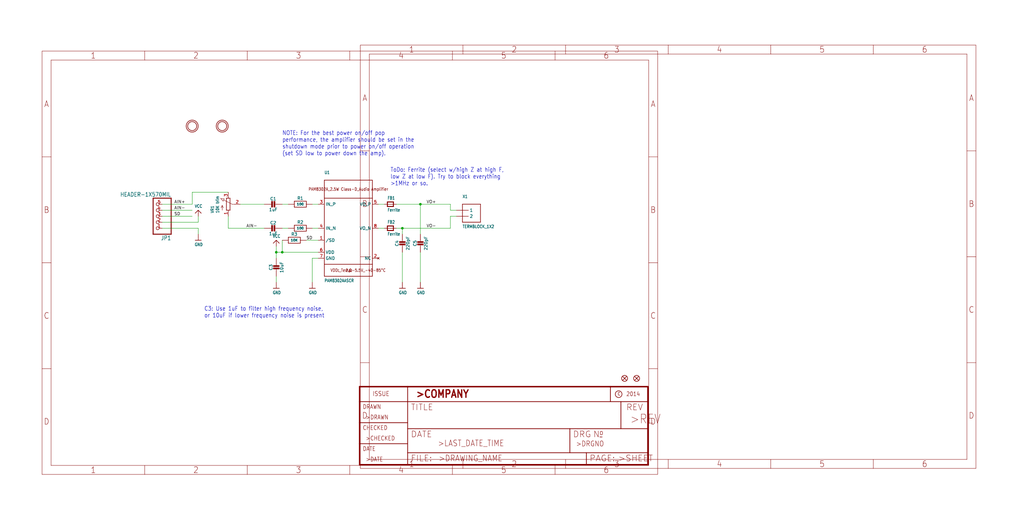
<source format=kicad_sch>
(kicad_sch (version 20211123) (generator eeschema)
  (paper "User" 433.07 220.421)
  (lib_symbols
    (symbol "eagleSchem-eagle-import:AUDIOAMP_PAM8302A"
      (property "Reference" "U" (at -10.16 22.86 0))
      (property "Value" "AUDIOAMP_PAM8302A" (at -10.16 -22.86 0))
      (symbol "AUDIOAMP_PAM8302A_1_0"
        (polyline (pts (xy -10.16 -20.32) (xy 10.16 -20.32)) (stroke (width 0.254)))
        (polyline (pts (xy -10.16 -15.24) (xy -10.16 -20.32)) (stroke (width 0.254)))
        (polyline (pts (xy -10.16 -15.24) (xy -10.16 12.7)) (stroke (width 0.254)))
        (polyline (pts (xy -10.16 12.7) (xy -10.16 20.32)) (stroke (width 0.254)))
        (polyline (pts (xy -10.16 12.7) (xy 10.16 12.7)) (stroke (width 0.254)))
        (polyline (pts (xy -10.16 20.32) (xy 10.16 20.32)) (stroke (width 0.254)))
        (polyline (pts (xy 10.16 -20.32) (xy 10.16 -15.24)) (stroke (width 0.254)))
        (polyline (pts (xy 10.16 -15.24) (xy -10.16 -15.24)) (stroke (width 0.254)))
        (polyline (pts (xy 10.16 12.7) (xy 10.16 -15.24)) (stroke (width 0.254)))
        (polyline (pts (xy 10.16 20.32) (xy 10.16 12.7)) (stroke (width 0.254)))
        (text "2.0-5.5V_-40-85°C" (at -1.27 -17.78 0) (effects (font (size 1.27 1.0795)) (justify left)))
        (text "PAM8302A_2.5W Class-D_Audio Amplifier" (at 0 16.51 0) (effects (font (size 1.27 1.0795))))
        (text "VDD:_Temp:" (at -7.62 -17.78 0) (effects (font (size 1.27 1.0795)) (justify left)))
        (pin input line (at -12.7 -5.08 0) (length 2.54) (name "/SD") (number "1"))
        (pin no_connect line (at 12.7 -12.7 180) (length 2.54) (name "NC") (number "2"))
        (pin input line (at -12.7 10.16 0) (length 2.54) (name "IN_P") (number "3"))
        (pin input line (at -12.7 0 0) (length 2.54) (name "IN_N") (number "4"))
        (pin output line (at 12.7 10.16 180) (length 2.54) (name "VO_P") (number "5"))
        (pin power_in line (at -12.7 -10.16 0) (length 2.54) (name "VDD") (number "6"))
        (pin power_in line (at -12.7 -12.7 0) (length 2.54) (name "GND") (number "7"))
        (pin output line (at 12.7 0 180) (length 2.54) (name "VO_N") (number "8"))
      )
    )
    (symbol "eagleSchem-eagle-import:CAP_CERAMIC0805-NOOUTLINE"
      (property "Reference" "C" (at -2.29 1.25 90))
      (property "Value" "CAP_CERAMIC0805-NOOUTLINE" (at 2.3 1.25 90))
      (symbol "CAP_CERAMIC0805-NOOUTLINE_1_0"
        (rectangle (start -1.27 0.508) (end 1.27 1.016) (fill (type outline)))
        (rectangle (start -1.27 1.524) (end 1.27 2.032) (fill (type outline)))
        (polyline (pts (xy 0 0.762) (xy 0 0)) (stroke (width 0.1524)))
        (polyline (pts (xy 0 2.54) (xy 0 1.778)) (stroke (width 0.1524)))
        (pin passive line (at 0 5.08 270) (length 2.54) (name "1") (number "1"))
        (pin passive line (at 0 -2.54 90) (length 2.54) (name "2") (number "2"))
      )
    )
    (symbol "eagleSchem-eagle-import:FERRITE_0805"
      (property "Reference" "FB" (at -1.27 1.905 0))
      (property "Value" "FERRITE_0805" (at -1.27 -3.175 0))
      (symbol "FERRITE_0805_1_0"
        (polyline (pts (xy -1.27 -0.9525) (xy -1.27 0.9525)) (stroke (width 0.4064)))
        (polyline (pts (xy -1.27 0.9525) (xy 1.27 0.9525)) (stroke (width 0.4064)))
        (polyline (pts (xy 1.27 -0.9525) (xy -1.27 -0.9525)) (stroke (width 0.4064)))
        (polyline (pts (xy 1.27 0.9525) (xy 1.27 -0.9525)) (stroke (width 0.4064)))
        (pin passive line (at -2.54 0 0) (length 2.54) (name "P$1") (number "1"))
        (pin passive line (at 2.54 0 180) (length 2.54) (name "P$2") (number "2"))
      )
    )
    (symbol "eagleSchem-eagle-import:FIDUCIAL{dblquote}{dblquote}"
      (symbol "FIDUCIAL{dblquote}{dblquote}_1_0"
        (polyline (pts (xy -0.762 0.762) (xy 0.762 -0.762)) (stroke (width 0.254)))
        (polyline (pts (xy 0.762 0.762) (xy -0.762 -0.762)) (stroke (width 0.254)))
        (circle (center 0 0) (radius 1.27) (stroke (width 0.254)))
      )
    )
    (symbol "eagleSchem-eagle-import:FRAME_A4"
      (symbol "FRAME_A4_0_0"
        (polyline (pts (xy 0 44.7675) (xy 3.81 44.7675)))
        (polyline (pts (xy 0 89.535) (xy 3.81 89.535)))
        (polyline (pts (xy 0 134.3025) (xy 3.81 134.3025)))
        (polyline (pts (xy 3.81 3.81) (xy 3.81 175.26)))
        (polyline (pts (xy 43.3917 0) (xy 43.3917 3.81)))
        (polyline (pts (xy 43.3917 175.26) (xy 43.3917 179.07)))
        (polyline (pts (xy 86.7833 0) (xy 86.7833 3.81)))
        (polyline (pts (xy 86.7833 175.26) (xy 86.7833 179.07)))
        (polyline (pts (xy 130.175 0) (xy 130.175 3.81)))
        (polyline (pts (xy 130.175 175.26) (xy 130.175 179.07)))
        (polyline (pts (xy 173.5667 0) (xy 173.5667 3.81)))
        (polyline (pts (xy 173.5667 175.26) (xy 173.5667 179.07)))
        (polyline (pts (xy 216.9583 0) (xy 216.9583 3.81)))
        (polyline (pts (xy 216.9583 175.26) (xy 216.9583 179.07)))
        (polyline (pts (xy 256.54 3.81) (xy 3.81 3.81)))
        (polyline (pts (xy 256.54 3.81) (xy 256.54 175.26)))
        (polyline (pts (xy 256.54 44.7675) (xy 260.35 44.7675)))
        (polyline (pts (xy 256.54 89.535) (xy 260.35 89.535)))
        (polyline (pts (xy 256.54 134.3025) (xy 260.35 134.3025)))
        (polyline (pts (xy 256.54 175.26) (xy 3.81 175.26)))
        (polyline (pts (xy 0 0) (xy 260.35 0) (xy 260.35 179.07) (xy 0 179.07) (xy 0 0)))
        (text "1" (at 21.6958 1.905 0) (effects (font (size 2.54 2.286))))
        (text "1" (at 21.6958 177.165 0) (effects (font (size 2.54 2.286))))
        (text "2" (at 65.0875 1.905 0) (effects (font (size 2.54 2.286))))
        (text "2" (at 65.0875 177.165 0) (effects (font (size 2.54 2.286))))
        (text "3" (at 108.4792 1.905 0) (effects (font (size 2.54 2.286))))
        (text "3" (at 108.4792 177.165 0) (effects (font (size 2.54 2.286))))
        (text "4" (at 151.8708 1.905 0) (effects (font (size 2.54 2.286))))
        (text "4" (at 151.8708 177.165 0) (effects (font (size 2.54 2.286))))
        (text "5" (at 195.2625 1.905 0) (effects (font (size 2.54 2.286))))
        (text "5" (at 195.2625 177.165 0) (effects (font (size 2.54 2.286))))
        (text "6" (at 238.6542 1.905 0) (effects (font (size 2.54 2.286))))
        (text "6" (at 238.6542 177.165 0) (effects (font (size 2.54 2.286))))
        (text "A" (at 1.905 156.6863 0) (effects (font (size 2.54 2.286))))
        (text "A" (at 258.445 156.6863 0) (effects (font (size 2.54 2.286))))
        (text "B" (at 1.905 111.9188 0) (effects (font (size 2.54 2.286))))
        (text "B" (at 258.445 111.9188 0) (effects (font (size 2.54 2.286))))
        (text "C" (at 1.905 67.1513 0) (effects (font (size 2.54 2.286))))
        (text "C" (at 258.445 67.1513 0) (effects (font (size 2.54 2.286))))
        (text "D" (at 1.905 22.3838 0) (effects (font (size 2.54 2.286))))
        (text "D" (at 258.445 22.3838 0) (effects (font (size 2.54 2.286))))
      )
      (symbol "FRAME_A4_1_0"
        (polyline (pts (xy 256.54 3.81) (xy 256.54 8.89)) (stroke (width 0.1016)))
        (polyline (pts (xy 256.54 8.89) (xy 256.54 13.97)) (stroke (width 0.1016)))
        (polyline (pts (xy 256.54 13.97) (xy 256.54 19.05)) (stroke (width 0.1016)))
        (polyline (pts (xy 256.54 19.05) (xy 256.54 36.83)) (stroke (width 0.1016)))
      )
      (symbol "FRAME_A4_2_0"
        (polyline (pts (xy -0.3048 1.5748) (xy 20.0152 1.5748)) (stroke (width 0.6096)))
        (polyline (pts (xy -0.3048 10.4648) (xy -0.3048 1.5748)) (stroke (width 0.6096)))
        (polyline (pts (xy -0.3048 10.4648) (xy 20.0152 10.4648)) (stroke (width 0.3048)))
        (polyline (pts (xy -0.3048 19.3548) (xy -0.3048 10.4648)) (stroke (width 0.6096)))
        (polyline (pts (xy -0.3048 19.3548) (xy 20.0152 19.3548)) (stroke (width 0.3048)))
        (polyline (pts (xy -0.3048 28.2448) (xy -0.3048 19.3548)) (stroke (width 0.6096)))
        (polyline (pts (xy -0.3048 28.2448) (xy 20.0152 28.2448)) (stroke (width 0.3048)))
        (polyline (pts (xy -0.3048 34.5948) (xy -0.3048 28.2448)) (stroke (width 0.6096)))
        (polyline (pts (xy 20.0152 1.5748) (xy 20.0152 6.6548)) (stroke (width 0.3048)))
        (polyline (pts (xy 20.0152 1.5748) (xy 95.5802 1.5748)) (stroke (width 0.6096)))
        (polyline (pts (xy 20.0152 6.6548) (xy 20.0152 10.4648)) (stroke (width 0.3048)))
        (polyline (pts (xy 20.0152 6.6548) (xy 88.5952 6.6548)) (stroke (width 0.3048)))
        (polyline (pts (xy 20.0152 10.4648) (xy 20.0152 16.8148)) (stroke (width 0.3048)))
        (polyline (pts (xy 20.0152 16.8148) (xy 20.0152 19.3548)) (stroke (width 0.3048)))
        (polyline (pts (xy 20.0152 19.3548) (xy 20.0152 28.2448)) (stroke (width 0.3048)))
        (polyline (pts (xy 20.0152 28.2448) (xy 20.0152 34.5948)) (stroke (width 0.3048)))
        (polyline (pts (xy 20.0152 28.2448) (xy 105.7402 28.2448)) (stroke (width 0.3048)))
        (polyline (pts (xy 20.0152 34.5948) (xy -0.3048 34.5948)) (stroke (width 0.6096)))
        (polyline (pts (xy 88.5952 6.6548) (xy 95.5802 6.6548)) (stroke (width 0.3048)))
        (polyline (pts (xy 88.5952 16.8148) (xy 20.0152 16.8148)) (stroke (width 0.3048)))
        (polyline (pts (xy 88.5952 16.8148) (xy 88.5952 6.6548)) (stroke (width 0.3048)))
        (polyline (pts (xy 95.5802 1.5748) (xy 121.6152 1.5748)) (stroke (width 0.6096)))
        (polyline (pts (xy 95.5802 6.6548) (xy 95.5802 1.5748)) (stroke (width 0.3048)))
        (polyline (pts (xy 95.5802 6.6548) (xy 121.6152 6.6548)) (stroke (width 0.3048)))
        (polyline (pts (xy 101.2952 13.3223) (xy 102.2477 13.3223)) (stroke (width 0.254)))
        (polyline (pts (xy 105.7402 28.2448) (xy 105.7402 34.5948)) (stroke (width 0.3048)))
        (polyline (pts (xy 105.7402 28.2448) (xy 110.1852 28.2448)) (stroke (width 0.3048)))
        (polyline (pts (xy 105.7402 34.5948) (xy 20.0152 34.5948)) (stroke (width 0.6096)))
        (polyline (pts (xy 110.1852 16.8148) (xy 88.5952 16.8148)) (stroke (width 0.3048)))
        (polyline (pts (xy 110.1852 28.2448) (xy 110.1852 16.8148)) (stroke (width 0.3048)))
        (polyline (pts (xy 110.1852 28.2448) (xy 121.6152 28.2448)) (stroke (width 0.3048)))
        (polyline (pts (xy 121.6152 6.6548) (xy 121.6152 1.5748)) (stroke (width 0.6096)))
        (polyline (pts (xy 121.6152 16.8148) (xy 110.1852 16.8148)) (stroke (width 0.3048)))
        (polyline (pts (xy 121.6152 16.8148) (xy 121.6152 6.6548)) (stroke (width 0.6096)))
        (polyline (pts (xy 121.6152 28.2448) (xy 121.6152 16.8148)) (stroke (width 0.6096)))
        (polyline (pts (xy 121.6152 34.5948) (xy 105.7402 34.5948)) (stroke (width 0.6096)))
        (polyline (pts (xy 121.6152 34.5948) (xy 121.6152 28.2448)) (stroke (width 0.6096)))
        (circle (center 109.2327 31.4198) (radius 1.4199) (stroke (width 0.254)))
        (text "2014" (at 112.4077 30.4673 0) (effects (font (size 1.778 1.5113)) (justify left bottom)))
        (text ">CHECKED" (at 2.2352 11.7348 0) (effects (font (size 1.778 1.5113)) (justify left bottom)))
        (text ">COMPANY" (at 23.349 29.6735 0) (effects (font (size 3.175 2.6987) (thickness 0.5397) bold) (justify left bottom)))
        (text ">DATE" (at 2.2352 2.8448 0) (effects (font (size 1.778 1.5113)) (justify left bottom)))
        (text ">DRAWING_NAME" (at 33.0327 2.8448 0) (effects (font (size 2.54 2.159)) (justify left bottom)))
        (text ">DRAWN" (at 2.2352 20.6248 0) (effects (font (size 1.778 1.5113)) (justify left bottom)))
        (text ">DRGNO" (at 91.1352 9.1948 0) (effects (font (size 2.1844 1.8567)) (justify left bottom)))
        (text ">LAST_DATE_TIME" (at 32.7152 9.1948 0) (effects (font (size 2.54 2.159)) (justify left bottom)))
        (text ">REV" (at 113.9952 18.7198 0) (effects (font (size 3.81 3.2385)) (justify left bottom)))
        (text ">SHEET" (at 108.9152 2.8448 0) (effects (font (size 2.54 2.54)) (justify left bottom)))
        (text "C" (at 108.7564 30.7848 0) (effects (font (size 1.27 1.0795)) (justify left bottom)))
        (text "CHECKED" (at 0.9652 16.1798 0) (effects (font (size 1.778 1.5113)) (justify left bottom)))
        (text "DATE" (at 0.9652 7.2898 0) (effects (font (size 1.778 1.5113)) (justify left bottom)))
        (text "DATE" (at 21.2852 13.0048 0) (effects (font (size 2.54 2.54)) (justify left bottom)))
        (text "DRAWN" (at 0.9652 25.0698 0) (effects (font (size 1.778 1.5113)) (justify left bottom)))
        (text "DRG" (at 89.8652 13.0048 0) (effects (font (size 2.54 2.54)) (justify left bottom)))
        (text "FILE:" (at 21.2852 2.8448 0) (effects (font (size 2.54 2.54)) (justify left bottom)))
        (text "ISSUE" (at 5.0927 30.4673 0) (effects (font (size 1.9304 1.6408)) (justify left bottom)))
        (text "N" (at 98.4377 13.0048 0) (effects (font (size 2.54 2.54)) (justify left bottom)))
        (text "o" (at 100.9777 13.9573 0) (effects (font (size 2.1844 1.8567)) (justify left bottom)))
        (text "PAGE:" (at 96.8502 2.8448 0) (effects (font (size 2.54 2.54)) (justify left bottom)))
        (text "REV" (at 112.4077 24.4348 0) (effects (font (size 2.54 2.54)) (justify left bottom)))
        (text "TITLE" (at 21.2852 24.4348 0) (effects (font (size 2.54 2.54)) (justify left bottom)))
      )
    )
    (symbol "eagleSchem-eagle-import:GND" (power)
      (property "Value" "GND" (at -1.524 -2.54 0))
      (symbol "GND_1_0"
        (polyline (pts (xy -1.27 0) (xy 1.27 0)) (stroke (width 0.254)))
        (pin power_in line (at 0 2.54 270) (length 2.54) (name "GND") (number "1"))
      )
    )
    (symbol "eagleSchem-eagle-import:HEADER-1X570MIL"
      (property "Reference" "JP" (at -6.35 8.255 0))
      (property "Value" "HEADER-1X570MIL" (at -6.35 -10.16 0))
      (symbol "HEADER-1X570MIL_1_0"
        (polyline (pts (xy -6.35 -7.62) (xy 1.27 -7.62)) (stroke (width 0.4064)))
        (polyline (pts (xy -6.35 7.62) (xy -6.35 -7.62)) (stroke (width 0.4064)))
        (polyline (pts (xy 1.27 -7.62) (xy 1.27 7.62)) (stroke (width 0.4064)))
        (polyline (pts (xy 1.27 7.62) (xy -6.35 7.62)) (stroke (width 0.4064)))
        (pin passive inverted (at -2.54 5.08 0) (length 2.54) (name "1") (number "1"))
        (pin passive inverted (at -2.54 2.54 0) (length 2.54) (name "2") (number "2"))
        (pin passive inverted (at -2.54 0 0) (length 2.54) (name "3") (number "3"))
        (pin passive inverted (at -2.54 -2.54 0) (length 2.54) (name "4") (number "4"))
        (pin passive inverted (at -2.54 -5.08 0) (length 2.54) (name "5") (number "5"))
      )
    )
    (symbol "eagleSchem-eagle-import:MOUNTINGHOLE2.0"
      (symbol "MOUNTINGHOLE2.0_1_0"
        (circle (center 0 0) (radius 1.905) (stroke (width 0.254)))
        (circle (center 0 0) (radius 2.54) (stroke (width 0.254)))
      )
    )
    (symbol "eagleSchem-eagle-import:RESISTOR0805_NOOUTLINE"
      (property "Reference" "R" (at 0 2.54 0))
      (property "Value" "RESISTOR0805_NOOUTLINE" (at 0 0 0))
      (symbol "RESISTOR0805_NOOUTLINE_1_0"
        (polyline (pts (xy -2.54 -1.27) (xy -2.54 1.27)) (stroke (width 0.254)))
        (polyline (pts (xy -2.54 1.27) (xy 2.54 1.27)) (stroke (width 0.254)))
        (polyline (pts (xy 2.54 -1.27) (xy -2.54 -1.27)) (stroke (width 0.254)))
        (polyline (pts (xy 2.54 1.27) (xy 2.54 -1.27)) (stroke (width 0.254)))
        (pin passive line (at -5.08 0 0) (length 2.54) (name "1") (number "1"))
        (pin passive line (at 5.08 0 180) (length 2.54) (name "2") (number "2"))
      )
    )
    (symbol "eagleSchem-eagle-import:TERMBLOCK_1X2"
      (property "Reference" "X" (at -2.54 7.62 0))
      (property "Value" "TERMBLOCK_1X2" (at -2.54 -5.08 0))
      (symbol "TERMBLOCK_1X2_1_0"
        (polyline (pts (xy -2.54 -2.54) (xy 5.08 -2.54)) (stroke (width 0.254)))
        (polyline (pts (xy -2.54 5.08) (xy -2.54 -2.54)) (stroke (width 0.254)))
        (polyline (pts (xy 5.08 -2.54) (xy 5.08 5.08)) (stroke (width 0.254)))
        (polyline (pts (xy 5.08 5.08) (xy -2.54 5.08)) (stroke (width 0.254)))
        (pin passive line (at -5.08 2.54 0) (length 5.08) (name "1") (number "1"))
        (pin passive line (at -5.08 0 0) (length 5.08) (name "2") (number "2"))
      )
    )
    (symbol "eagleSchem-eagle-import:TRIMPOT3303W{slash}X"
      (property "Reference" "VR" (at -5.969 -3.81 90))
      (property "Value" "TRIMPOT3303W{slash}X" (at -3.81 -3.81 90))
      (symbol "TRIMPOT3303W{slash}X_1_0"
        (polyline (pts (xy -3.1989 2.4495) (xy -1.7018 2.2352)) (stroke (width 0.1524)))
        (polyline (pts (xy -2.54 -2.54) (xy -2.54 -0.508)) (stroke (width 0.1524)))
        (polyline (pts (xy -2.54 -0.508) (xy -3.048 -1.524)) (stroke (width 0.1524)))
        (polyline (pts (xy -2.54 -0.508) (xy -2.032 -1.524)) (stroke (width 0.1524)))
        (polyline (pts (xy -2.1597 1.2939) (xy -3.1989 2.4495)) (stroke (width 0.1524)))
        (polyline (pts (xy -2.1597 1.2939) (xy -1.7018 2.2352)) (stroke (width 0.1524)))
        (polyline (pts (xy -0.762 -2.54) (xy 0.762 -2.54)) (stroke (width 0.254)))
        (polyline (pts (xy -0.762 2.54) (xy -0.762 -2.54)) (stroke (width 0.254)))
        (polyline (pts (xy 0.762 -2.54) (xy 0.762 2.54)) (stroke (width 0.254)))
        (polyline (pts (xy 0.762 2.54) (xy -0.762 2.54)) (stroke (width 0.254)))
        (polyline (pts (xy 1.651 0) (xy -1.8796 1.7526)) (stroke (width 0.1524)))
        (polyline (pts (xy 2.54 0) (xy 1.651 0)) (stroke (width 0.1524)))
        (pin passive line (at 0 -5.08 90) (length 2.54) (name "A") (number "1"))
        (pin passive line (at 5.08 0 180) (length 2.54) (name "S") (number "2"))
        (pin passive line (at 0 5.08 270) (length 2.54) (name "E") (number "3"))
      )
    )
    (symbol "eagleSchem-eagle-import:VCC" (power)
      (property "Value" "VCC" (at -1.524 1.016 0))
      (symbol "VCC_1_0"
        (polyline (pts (xy -1.27 -1.27) (xy 0 0)) (stroke (width 0.254)))
        (polyline (pts (xy 0 0) (xy 1.27 -1.27)) (stroke (width 0.254)))
        (pin power_in line (at 0 -2.54 90) (length 2.54) (name "VCC") (number "1"))
      )
    )
  )
  (junction (at 170.18 96.52))
  (junction (at 116.84 106.68))
  (junction (at 177.8 86.36))
  (junction (at 119.38 106.68))
  (wire (pts (xy 68.58 96.52) (xy 83.82 96.52)))
  (wire (pts (xy 81.28 88.9) (xy 68.58 88.9)))
  (wire (pts (xy 119.38 106.68) (xy 116.84 106.68)))
  (wire (pts (xy 81.28 86.36) (xy 81.28 81.28)))
  (wire (pts (xy 83.82 93.98) (xy 83.82 91.44)))
  (wire (pts (xy 193.04 88.9) (xy 190.5 88.9)))
  (wire (pts (xy 116.84 106.68) (xy 116.84 109.22)))
  (wire (pts (xy 170.18 96.52) (xy 190.5 96.52)))
  (wire (pts (xy 68.58 93.98) (xy 83.82 93.98)))
  (wire (pts (xy 177.8 86.36) (xy 190.5 86.36)))
  (wire (pts (xy 83.82 96.52) (xy 83.82 99.06)))
  (wire (pts (xy 167.64 96.52) (xy 170.18 96.52)))
  (wire (pts (xy 111.76 96.52) (xy 96.52 96.52)))
  (wire (pts (xy 190.5 88.9) (xy 190.5 86.36)))
  (wire (pts (xy 177.8 86.36) (xy 177.8 99.06)))
  (wire (pts (xy 170.18 96.52) (xy 170.18 99.06)))
  (wire (pts (xy 160.02 86.36) (xy 162.56 86.36)))
  (wire (pts (xy 134.62 106.68) (xy 119.38 106.68)))
  (wire (pts (xy 81.28 81.28) (xy 96.52 81.28)))
  (wire (pts (xy 116.84 106.68) (xy 116.84 104.14)))
  (wire (pts (xy 160.02 96.52) (xy 162.56 96.52)))
  (wire (pts (xy 101.6 86.36) (xy 111.76 86.36)))
  (wire (pts (xy 134.62 101.6) (xy 129.54 101.6)))
  (wire (pts (xy 119.38 86.36) (xy 121.92 86.36)))
  (wire (pts (xy 132.08 109.22) (xy 132.08 119.38)))
  (wire (pts (xy 134.62 109.22) (xy 132.08 109.22)))
  (wire (pts (xy 119.38 101.6) (xy 119.38 106.68)))
  (wire (pts (xy 190.5 91.44) (xy 190.5 96.52)))
  (wire (pts (xy 167.64 86.36) (xy 177.8 86.36)))
  (wire (pts (xy 134.62 86.36) (xy 132.08 86.36)))
  (wire (pts (xy 170.18 106.68) (xy 170.18 119.38)))
  (wire (pts (xy 121.92 96.52) (xy 119.38 96.52)))
  (wire (pts (xy 177.8 106.68) (xy 177.8 119.38)))
  (wire (pts (xy 81.28 86.36) (xy 68.58 86.36)))
  (wire (pts (xy 134.62 96.52) (xy 132.08 96.52)))
  (wire (pts (xy 81.28 91.44) (xy 68.58 91.44)))
  (wire (pts (xy 193.04 91.44) (xy 190.5 91.44)))
  (wire (pts (xy 96.52 96.52) (xy 96.52 91.44)))
  (wire (pts (xy 116.84 116.84) (xy 116.84 119.38)))
  (text "ToDo: Ferrite (select w/high Z at high F,\nlow Z at low F). Try to block everything\n>1MHz or so." (at 165.1 78.74 0) (effects (font (size 1.778 1.5113)) (justify left bottom)))
  (text "C3: Use 1uF to filter high frequency noise,\nor 10uF if lower frequency noise is present" (at 86.36 134.62 0) (effects (font (size 1.778 1.5113)) (justify left bottom)))
  (text "NOTE: For the best power on/off pop\nperformance, the amplifier should be set in the\nshutdown mode prior to power on/off operation\n(set SD low to power down the amp)." (at 119.38 66.04 0) (effects (font (size 1.778 1.5113)) (justify left bottom)))
  (label "AIN+" (at 73.66 86.36 0) (effects (font (size 1.2446 1.2446))))
  (label "SD" (at 73.66 91.44 0) (effects (font (size 1.2446 1.2446))))
  (label "SD" (at 129.54 101.6 0) (effects (font (size 1.2446 1.2446))))
  (label "AIN-" (at 73.66 88.9 0) (effects (font (size 1.2446 1.2446))))
  (label "VO+" (at 180.34 86.36 0) (effects (font (size 1.2446 1.2446))))
  (label "AIN-" (at 104.14 96.52 0) (effects (font (size 1.2446 1.2446))))
  (label "VO-" (at 180.34 96.52 0) (effects (font (size 1.2446 1.2446))))
  (symbol (lib_id "eagleSchem-eagle-import:GND") (at 83.82 101.6 0) (unit 1)
    (property "Reference" "#U$9" (effects hide))
    (property "Value" "GND" (at 82.296 104.14 0) (effects (font (size 1.27 1.0795)) (justify left bottom)))
    (property "Footprint" "eagleSchem:" (effects hide))
  )
  (symbol (lib_id "eagleSchem-eagle-import:CAP_CERAMIC0805-NOOUTLINE") (at 170.18 104.14 0) (unit 1)
    (property "Reference" "C4" (at 167.89 102.89 90))
    (property "Value" "220pF" (at 172.48 102.89 90))
    (property "Footprint" "eagleSchem:0805-NO" (effects hide))
  )
  (symbol (lib_id "eagleSchem-eagle-import:TRIMPOT3303W{slash}X") (at 96.52 86.36 0) (unit 1)
    (property "Reference" "VR1" (at 90.551 90.17 90) (effects (font (size 1.27 1.0795)) (justify left bottom)))
    (property "Value" "10K trim" (at 92.71 90.17 90) (effects (font (size 1.27 1.0795)) (justify left bottom)))
    (property "Footprint" "eagleSchem:TRIMPOT_BOURNS_3303W" (effects hide))
  )
  (symbol (lib_id "eagleSchem-eagle-import:CAP_CERAMIC0805-NOOUTLINE") (at 114.3 86.36 270) (unit 1)
    (property "Reference" "C1" (at 115.55 84.07 90))
    (property "Value" "1uF" (at 115.55 88.66 90))
    (property "Footprint" "eagleSchem:0805-NO" (effects hide))
  )
  (symbol (lib_id "eagleSchem-eagle-import:VCC") (at 116.84 101.6 0) (unit 1)
    (property "Reference" "#P+1" (effects hide))
    (property "Value" "VCC" (at 115.316 100.584 0) (effects (font (size 1.27 1.0795)) (justify left bottom)))
    (property "Footprint" "eagleSchem:" (effects hide))
  )
  (symbol (lib_id "eagleSchem-eagle-import:CAP_CERAMIC0805-NOOUTLINE") (at 177.8 104.14 0) (unit 1)
    (property "Reference" "C5" (at 175.51 102.89 90))
    (property "Value" "220pF" (at 180.1 102.89 90))
    (property "Footprint" "eagleSchem:0805-NO" (effects hide))
  )
  (symbol (lib_id "eagleSchem-eagle-import:TERMBLOCK_1X2") (at 198.12 91.44 0) (unit 1)
    (property "Reference" "X1" (at 195.58 83.82 0) (effects (font (size 1.27 1.0795)) (justify left bottom)))
    (property "Value" "TERMBLOCK_1X2" (at 195.58 96.52 0) (effects (font (size 1.27 1.0795)) (justify left bottom)))
    (property "Footprint" "eagleSchem:TERMBLOCK_1X2-3.5MM" (effects hide))
  )
  (symbol (lib_id "eagleSchem-eagle-import:GND") (at 177.8 121.92 0) (unit 1)
    (property "Reference" "#U$8" (effects hide))
    (property "Value" "GND" (at 176.276 124.46 0) (effects (font (size 1.27 1.0795)) (justify left bottom)))
    (property "Footprint" "eagleSchem:" (effects hide))
  )
  (symbol (lib_id "eagleSchem-eagle-import:MOUNTINGHOLE2.0") (at 93.98 53.34 0) (unit 1)
    (property "Reference" "U$10" (effects hide))
    (property "Value" "MOUNTINGHOLE2.0" (effects hide))
    (property "Footprint" "eagleSchem:MOUNTINGHOLE_2.0_PLATED" (effects hide))
  )
  (symbol (lib_id "eagleSchem-eagle-import:MOUNTINGHOLE2.0") (at 81.28 53.34 0) (unit 1)
    (property "Reference" "U$11" (effects hide))
    (property "Value" "MOUNTINGHOLE2.0" (effects hide))
    (property "Footprint" "eagleSchem:MOUNTINGHOLE_2.0_PLATED" (effects hide))
  )
  (symbol (lib_id "eagleSchem-eagle-import:FERRITE_0805") (at 165.1 96.52 0) (unit 1)
    (property "Reference" "FB2" (at 163.83 94.615 0) (effects (font (size 1.27 1.0795)) (justify left bottom)))
    (property "Value" "Ferrite" (at 163.83 99.695 0) (effects (font (size 1.27 1.0795)) (justify left bottom)))
    (property "Footprint" "eagleSchem:_0805" (effects hide))
  )
  (symbol (lib_id "eagleSchem-eagle-import:HEADER-1X570MIL") (at 66.04 91.44 180) (unit 1)
    (property "Reference" "JP1" (at 72.39 99.695 0) (effects (font (size 1.778 1.5113)) (justify left bottom)))
    (property "Value" "HEADER-1X570MIL" (at 72.39 81.28 0) (effects (font (size 1.778 1.5113)) (justify left bottom)))
    (property "Footprint" "eagleSchem:1X05_ROUND_70" (effects hide))
  )
  (symbol (lib_id "eagleSchem-eagle-import:VCC") (at 83.82 88.9 0) (unit 1)
    (property "Reference" "#P+2" (effects hide))
    (property "Value" "VCC" (at 82.296 87.884 0) (effects (font (size 1.27 1.0795)) (justify left bottom)))
    (property "Footprint" "eagleSchem:" (effects hide))
  )
  (symbol (lib_id "eagleSchem-eagle-import:CAP_CERAMIC0805-NOOUTLINE") (at 114.3 96.52 270) (unit 1)
    (property "Reference" "C2" (at 115.55 94.23 90))
    (property "Value" "1uF" (at 115.55 98.82 90))
    (property "Footprint" "eagleSchem:0805-NO" (effects hide))
  )
  (symbol (lib_id "eagleSchem-eagle-import:FIDUCIAL{dblquote}{dblquote}") (at 269.24 160.02 0) (unit 1)
    (property "Reference" "FID1" (effects hide))
    (property "Value" "FIDUCIAL{dblquote}{dblquote}" (effects hide))
    (property "Footprint" "eagleSchem:FIDUCIAL_1MM" (effects hide))
  )
  (symbol (lib_id "eagleSchem-eagle-import:RESISTOR0805_NOOUTLINE") (at 127 96.52 0) (unit 1)
    (property "Reference" "R2" (at 127 93.98 0))
    (property "Value" "100" (at 127 96.52 0) (effects (font (size 1.016 1.016) bold)))
    (property "Footprint" "eagleSchem:0805-NO" (effects hide))
  )
  (symbol (lib_id "eagleSchem-eagle-import:GND") (at 132.08 121.92 0) (unit 1)
    (property "Reference" "#U$2" (effects hide))
    (property "Value" "GND" (at 130.556 124.46 0) (effects (font (size 1.27 1.0795)) (justify left bottom)))
    (property "Footprint" "eagleSchem:" (effects hide))
  )
  (symbol (lib_id "eagleSchem-eagle-import:FRAME_A4") (at 152.4 198.12 0) (unit 2)
    (property "Reference" "#FRAME1" (effects hide))
    (property "Value" "FRAME_A4" (effects hide))
    (property "Footprint" "eagleSchem:" (effects hide))
  )
  (symbol (lib_id "eagleSchem-eagle-import:RESISTOR0805_NOOUTLINE") (at 124.46 101.6 0) (unit 1)
    (property "Reference" "R3" (at 124.46 99.06 0))
    (property "Value" "10K" (at 124.46 101.6 0) (effects (font (size 1.016 1.016) bold)))
    (property "Footprint" "eagleSchem:0805-NO" (effects hide))
  )
  (symbol (lib_id "eagleSchem-eagle-import:AUDIOAMP_PAM8302A") (at 147.32 96.52 0) (unit 1)
    (property "Reference" "U1" (at 137.16 73.66 0) (effects (font (size 1.27 1.0795)) (justify left bottom)))
    (property "Value" "PAM8302AASCR" (at 137.16 119.38 0) (effects (font (size 1.27 1.0795)) (justify left bottom)))
    (property "Footprint" "eagleSchem:MSOP8_0.65MM" (effects hide))
  )
  (symbol (lib_id "eagleSchem-eagle-import:FERRITE_0805") (at 165.1 86.36 0) (unit 1)
    (property "Reference" "FB1" (at 163.83 84.455 0) (effects (font (size 1.27 1.0795)) (justify left bottom)))
    (property "Value" "Ferrite" (at 163.83 89.535 0) (effects (font (size 1.27 1.0795)) (justify left bottom)))
    (property "Footprint" "eagleSchem:_0805" (effects hide))
  )
  (symbol (lib_id "eagleSchem-eagle-import:GND") (at 170.18 121.92 0) (unit 1)
    (property "Reference" "#U$7" (effects hide))
    (property "Value" "GND" (at 168.656 124.46 0) (effects (font (size 1.27 1.0795)) (justify left bottom)))
    (property "Footprint" "eagleSchem:" (effects hide))
  )
  (symbol (lib_id "eagleSchem-eagle-import:GND") (at 116.84 121.92 0) (unit 1)
    (property "Reference" "#U$1" (effects hide))
    (property "Value" "GND" (at 115.316 124.46 0) (effects (font (size 1.27 1.0795)) (justify left bottom)))
    (property "Footprint" "eagleSchem:" (effects hide))
  )
  (symbol (lib_id "eagleSchem-eagle-import:CAP_CERAMIC0805-NOOUTLINE") (at 116.84 114.3 0) (unit 1)
    (property "Reference" "C3" (at 114.55 113.05 90))
    (property "Value" "10uF" (at 119.14 113.05 90))
    (property "Footprint" "eagleSchem:0805-NO" (effects hide))
  )
  (symbol (lib_id "eagleSchem-eagle-import:RESISTOR0805_NOOUTLINE") (at 127 86.36 0) (unit 1)
    (property "Reference" "R1" (at 127 83.82 0))
    (property "Value" "100" (at 127 86.36 0) (effects (font (size 1.016 1.016) bold)))
    (property "Footprint" "eagleSchem:0805-NO" (effects hide))
  )
  (symbol (lib_id "eagleSchem-eagle-import:FRAME_A4") (at 17.78 200.66 0) (unit 1)
    (property "Reference" "#FRAME1" (effects hide))
    (property "Value" "FRAME_A4" (effects hide))
    (property "Footprint" "eagleSchem:" (effects hide))
  )
  (symbol (lib_id "eagleSchem-eagle-import:FIDUCIAL{dblquote}{dblquote}") (at 264.16 160.02 0) (unit 1)
    (property "Reference" "FID2" (effects hide))
    (property "Value" "FIDUCIAL{dblquote}{dblquote}" (effects hide))
    (property "Footprint" "eagleSchem:FIDUCIAL_1MM" (effects hide))
  )
)
</source>
